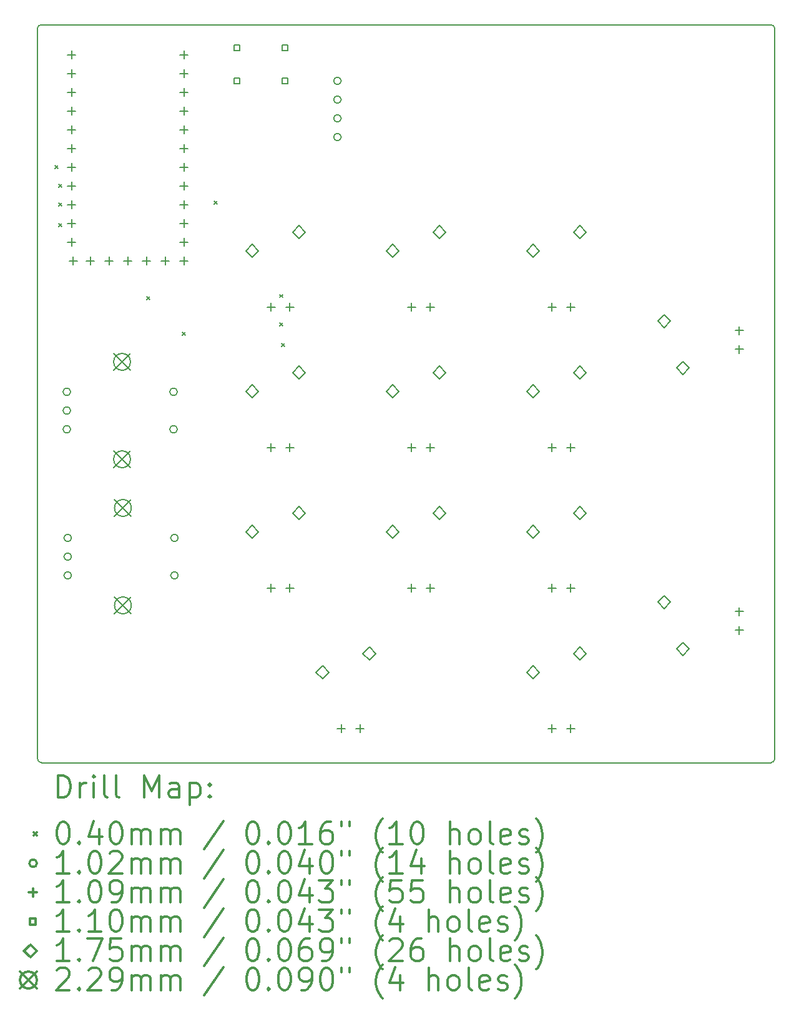
<source format=gbr>
%FSLAX45Y45*%
G04 Gerber Fmt 4.5, Leading zero omitted, Abs format (unit mm)*
G04 Created by KiCad (PCBNEW (5.1.9)-1) date 2021-06-17 16:50:48*
%MOMM*%
%LPD*%
G01*
G04 APERTURE LIST*
%TA.AperFunction,Profile*%
%ADD10C,0.150000*%
%TD*%
%ADD11C,0.200000*%
%ADD12C,0.300000*%
G04 APERTURE END LIST*
D10*
X17564100Y-5283200D02*
G75*
G02*
X17614900Y-5334000I0J-50800D01*
G01*
X17614900Y-15240000D02*
G75*
G02*
X17564100Y-15290800I-50800J0D01*
G01*
X7670800Y-15290800D02*
G75*
G02*
X7614920Y-15234920I0J55880D01*
G01*
X7614920Y-5334000D02*
G75*
G02*
X7665720Y-5283200I50800J0D01*
G01*
X7670800Y-15290800D02*
X17564100Y-15290800D01*
X17614910Y-15240000D02*
X17614910Y-5334000D01*
X17564100Y-5283200D02*
X7665720Y-5283200D01*
X7614910Y-5334000D02*
X7614910Y-15234920D01*
D11*
X7854000Y-7193600D02*
X7894000Y-7233600D01*
X7894000Y-7193600D02*
X7854000Y-7233600D01*
X7904800Y-7447600D02*
X7944800Y-7487600D01*
X7944800Y-7447600D02*
X7904800Y-7487600D01*
X7904800Y-7701600D02*
X7944800Y-7741600D01*
X7944800Y-7701600D02*
X7904800Y-7741600D01*
X7904800Y-7981000D02*
X7944800Y-8021000D01*
X7944800Y-7981000D02*
X7904800Y-8021000D01*
X9098600Y-8971600D02*
X9138600Y-9011600D01*
X9138600Y-8971600D02*
X9098600Y-9011600D01*
X9581200Y-9454200D02*
X9621200Y-9494200D01*
X9621200Y-9454200D02*
X9581200Y-9494200D01*
X10013000Y-7676200D02*
X10053000Y-7716200D01*
X10053000Y-7676200D02*
X10013000Y-7716200D01*
X10902000Y-8943020D02*
X10942000Y-8983020D01*
X10942000Y-8943020D02*
X10902000Y-8983020D01*
X10902000Y-9327200D02*
X10942000Y-9367200D01*
X10942000Y-9327200D02*
X10902000Y-9367200D01*
X10927400Y-9606600D02*
X10967400Y-9646600D01*
X10967400Y-9606600D02*
X10927400Y-9646600D01*
X8064500Y-10261600D02*
G75*
G03*
X8064500Y-10261600I-50800J0D01*
G01*
X8064500Y-10515600D02*
G75*
G03*
X8064500Y-10515600I-50800J0D01*
G01*
X8064500Y-10769600D02*
G75*
G03*
X8064500Y-10769600I-50800J0D01*
G01*
X8075930Y-12242800D02*
G75*
G03*
X8075930Y-12242800I-50800J0D01*
G01*
X8075930Y-12496800D02*
G75*
G03*
X8075930Y-12496800I-50800J0D01*
G01*
X8075930Y-12750800D02*
G75*
G03*
X8075930Y-12750800I-50800J0D01*
G01*
X9512300Y-10261600D02*
G75*
G03*
X9512300Y-10261600I-50800J0D01*
G01*
X9512300Y-10769600D02*
G75*
G03*
X9512300Y-10769600I-50800J0D01*
G01*
X9523730Y-12242800D02*
G75*
G03*
X9523730Y-12242800I-50800J0D01*
G01*
X9523730Y-12750800D02*
G75*
G03*
X9523730Y-12750800I-50800J0D01*
G01*
X11734800Y-6045200D02*
G75*
G03*
X11734800Y-6045200I-50800J0D01*
G01*
X11734800Y-6299200D02*
G75*
G03*
X11734800Y-6299200I-50800J0D01*
G01*
X11734800Y-6553200D02*
G75*
G03*
X11734800Y-6553200I-50800J0D01*
G01*
X11734800Y-6807200D02*
G75*
G03*
X11734800Y-6807200I-50800J0D01*
G01*
X8077200Y-5634990D02*
X8077200Y-5744210D01*
X8022590Y-5689600D02*
X8131810Y-5689600D01*
X8077200Y-5888990D02*
X8077200Y-5998210D01*
X8022590Y-5943600D02*
X8131810Y-5943600D01*
X8077200Y-6142990D02*
X8077200Y-6252210D01*
X8022590Y-6197600D02*
X8131810Y-6197600D01*
X8077200Y-6396990D02*
X8077200Y-6506210D01*
X8022590Y-6451600D02*
X8131810Y-6451600D01*
X8077200Y-6650990D02*
X8077200Y-6760210D01*
X8022590Y-6705600D02*
X8131810Y-6705600D01*
X8077200Y-6904990D02*
X8077200Y-7014210D01*
X8022590Y-6959600D02*
X8131810Y-6959600D01*
X8077200Y-7158990D02*
X8077200Y-7268210D01*
X8022590Y-7213600D02*
X8131810Y-7213600D01*
X8077200Y-7412990D02*
X8077200Y-7522210D01*
X8022590Y-7467600D02*
X8131810Y-7467600D01*
X8077200Y-7666990D02*
X8077200Y-7776210D01*
X8022590Y-7721600D02*
X8131810Y-7721600D01*
X8077200Y-7920990D02*
X8077200Y-8030210D01*
X8022590Y-7975600D02*
X8131810Y-7975600D01*
X8077200Y-8174990D02*
X8077200Y-8284210D01*
X8022590Y-8229600D02*
X8131810Y-8229600D01*
X8100060Y-8428990D02*
X8100060Y-8538210D01*
X8045450Y-8483600D02*
X8154670Y-8483600D01*
X8331200Y-8428990D02*
X8331200Y-8538210D01*
X8276590Y-8483600D02*
X8385810Y-8483600D01*
X8585200Y-8428990D02*
X8585200Y-8538210D01*
X8530590Y-8483600D02*
X8639810Y-8483600D01*
X8839200Y-8428990D02*
X8839200Y-8538210D01*
X8784590Y-8483600D02*
X8893810Y-8483600D01*
X9093200Y-8428990D02*
X9093200Y-8538210D01*
X9038590Y-8483600D02*
X9147810Y-8483600D01*
X9347200Y-8428990D02*
X9347200Y-8538210D01*
X9292590Y-8483600D02*
X9401810Y-8483600D01*
X9601200Y-5634990D02*
X9601200Y-5744210D01*
X9546590Y-5689600D02*
X9655810Y-5689600D01*
X9601200Y-5888990D02*
X9601200Y-5998210D01*
X9546590Y-5943600D02*
X9655810Y-5943600D01*
X9601200Y-6142990D02*
X9601200Y-6252210D01*
X9546590Y-6197600D02*
X9655810Y-6197600D01*
X9601200Y-6396990D02*
X9601200Y-6506210D01*
X9546590Y-6451600D02*
X9655810Y-6451600D01*
X9601200Y-6650990D02*
X9601200Y-6760210D01*
X9546590Y-6705600D02*
X9655810Y-6705600D01*
X9601200Y-6904990D02*
X9601200Y-7014210D01*
X9546590Y-6959600D02*
X9655810Y-6959600D01*
X9601200Y-7158990D02*
X9601200Y-7268210D01*
X9546590Y-7213600D02*
X9655810Y-7213600D01*
X9601200Y-7412990D02*
X9601200Y-7522210D01*
X9546590Y-7467600D02*
X9655810Y-7467600D01*
X9601200Y-7666990D02*
X9601200Y-7776210D01*
X9546590Y-7721600D02*
X9655810Y-7721600D01*
X9601200Y-7920990D02*
X9601200Y-8030210D01*
X9546590Y-7975600D02*
X9655810Y-7975600D01*
X9601200Y-8174990D02*
X9601200Y-8284210D01*
X9546590Y-8229600D02*
X9655810Y-8229600D01*
X9601200Y-8428990D02*
X9601200Y-8538210D01*
X9546590Y-8483600D02*
X9655810Y-8483600D01*
X10782300Y-9057640D02*
X10782300Y-9166860D01*
X10727690Y-9112250D02*
X10836910Y-9112250D01*
X10782300Y-10962640D02*
X10782300Y-11071860D01*
X10727690Y-11017250D02*
X10836910Y-11017250D01*
X10782300Y-12867640D02*
X10782300Y-12976860D01*
X10727690Y-12922250D02*
X10836910Y-12922250D01*
X11036300Y-9057640D02*
X11036300Y-9166860D01*
X10981690Y-9112250D02*
X11090910Y-9112250D01*
X11036300Y-10962640D02*
X11036300Y-11071860D01*
X10981690Y-11017250D02*
X11090910Y-11017250D01*
X11036300Y-12867640D02*
X11036300Y-12976860D01*
X10981690Y-12922250D02*
X11090910Y-12922250D01*
X11734800Y-14772640D02*
X11734800Y-14881860D01*
X11680190Y-14827250D02*
X11789410Y-14827250D01*
X11988800Y-14772640D02*
X11988800Y-14881860D01*
X11934190Y-14827250D02*
X12043410Y-14827250D01*
X12687300Y-9057640D02*
X12687300Y-9166860D01*
X12632690Y-9112250D02*
X12741910Y-9112250D01*
X12687300Y-10962640D02*
X12687300Y-11071860D01*
X12632690Y-11017250D02*
X12741910Y-11017250D01*
X12687300Y-12867640D02*
X12687300Y-12976860D01*
X12632690Y-12922250D02*
X12741910Y-12922250D01*
X12941300Y-9057640D02*
X12941300Y-9166860D01*
X12886690Y-9112250D02*
X12995910Y-9112250D01*
X12941300Y-10962640D02*
X12941300Y-11071860D01*
X12886690Y-11017250D02*
X12995910Y-11017250D01*
X12941300Y-12867640D02*
X12941300Y-12976860D01*
X12886690Y-12922250D02*
X12995910Y-12922250D01*
X14592300Y-9057640D02*
X14592300Y-9166860D01*
X14537690Y-9112250D02*
X14646910Y-9112250D01*
X14592300Y-10962640D02*
X14592300Y-11071860D01*
X14537690Y-11017250D02*
X14646910Y-11017250D01*
X14592300Y-12867640D02*
X14592300Y-12976860D01*
X14537690Y-12922250D02*
X14646910Y-12922250D01*
X14592300Y-14772640D02*
X14592300Y-14881860D01*
X14537690Y-14827250D02*
X14646910Y-14827250D01*
X14846300Y-9057640D02*
X14846300Y-9166860D01*
X14791690Y-9112250D02*
X14900910Y-9112250D01*
X14846300Y-10962640D02*
X14846300Y-11071860D01*
X14791690Y-11017250D02*
X14900910Y-11017250D01*
X14846300Y-12867640D02*
X14846300Y-12976860D01*
X14791690Y-12922250D02*
X14900910Y-12922250D01*
X14846300Y-14772640D02*
X14846300Y-14881860D01*
X14791690Y-14827250D02*
X14900910Y-14827250D01*
X17132300Y-9375140D02*
X17132300Y-9484360D01*
X17077690Y-9429750D02*
X17186910Y-9429750D01*
X17132300Y-9629140D02*
X17132300Y-9738360D01*
X17077690Y-9683750D02*
X17186910Y-9683750D01*
X17132300Y-13185140D02*
X17132300Y-13294360D01*
X17077690Y-13239750D02*
X17186910Y-13239750D01*
X17132300Y-13439140D02*
X17132300Y-13548360D01*
X17077690Y-13493750D02*
X17186910Y-13493750D01*
X10361691Y-5634091D02*
X10361691Y-5556309D01*
X10283909Y-5556309D01*
X10283909Y-5634091D01*
X10361691Y-5634091D01*
X10361691Y-6084091D02*
X10361691Y-6006309D01*
X10283909Y-6006309D01*
X10283909Y-6084091D01*
X10361691Y-6084091D01*
X11011691Y-5634091D02*
X11011691Y-5556309D01*
X10933909Y-5556309D01*
X10933909Y-5634091D01*
X11011691Y-5634091D01*
X11011691Y-6084091D02*
X11011691Y-6006309D01*
X10933909Y-6006309D01*
X10933909Y-6084091D01*
X11011691Y-6084091D01*
X10528300Y-8437880D02*
X10615930Y-8350250D01*
X10528300Y-8262620D01*
X10440670Y-8350250D01*
X10528300Y-8437880D01*
X10528300Y-10342880D02*
X10615930Y-10255250D01*
X10528300Y-10167620D01*
X10440670Y-10255250D01*
X10528300Y-10342880D01*
X10528300Y-12247880D02*
X10615930Y-12160250D01*
X10528300Y-12072620D01*
X10440670Y-12160250D01*
X10528300Y-12247880D01*
X11163300Y-8183880D02*
X11250930Y-8096250D01*
X11163300Y-8008620D01*
X11075670Y-8096250D01*
X11163300Y-8183880D01*
X11163300Y-10088880D02*
X11250930Y-10001250D01*
X11163300Y-9913620D01*
X11075670Y-10001250D01*
X11163300Y-10088880D01*
X11163300Y-11993880D02*
X11250930Y-11906250D01*
X11163300Y-11818620D01*
X11075670Y-11906250D01*
X11163300Y-11993880D01*
X11480800Y-14152880D02*
X11568430Y-14065250D01*
X11480800Y-13977620D01*
X11393170Y-14065250D01*
X11480800Y-14152880D01*
X12115800Y-13898880D02*
X12203430Y-13811250D01*
X12115800Y-13723620D01*
X12028170Y-13811250D01*
X12115800Y-13898880D01*
X12433300Y-8437880D02*
X12520930Y-8350250D01*
X12433300Y-8262620D01*
X12345670Y-8350250D01*
X12433300Y-8437880D01*
X12433300Y-10342880D02*
X12520930Y-10255250D01*
X12433300Y-10167620D01*
X12345670Y-10255250D01*
X12433300Y-10342880D01*
X12433300Y-12247880D02*
X12520930Y-12160250D01*
X12433300Y-12072620D01*
X12345670Y-12160250D01*
X12433300Y-12247880D01*
X13068300Y-8183880D02*
X13155930Y-8096250D01*
X13068300Y-8008620D01*
X12980670Y-8096250D01*
X13068300Y-8183880D01*
X13068300Y-10088880D02*
X13155930Y-10001250D01*
X13068300Y-9913620D01*
X12980670Y-10001250D01*
X13068300Y-10088880D01*
X13068300Y-11993880D02*
X13155930Y-11906250D01*
X13068300Y-11818620D01*
X12980670Y-11906250D01*
X13068300Y-11993880D01*
X14338300Y-8437880D02*
X14425930Y-8350250D01*
X14338300Y-8262620D01*
X14250670Y-8350250D01*
X14338300Y-8437880D01*
X14338300Y-10342880D02*
X14425930Y-10255250D01*
X14338300Y-10167620D01*
X14250670Y-10255250D01*
X14338300Y-10342880D01*
X14338300Y-12247880D02*
X14425930Y-12160250D01*
X14338300Y-12072620D01*
X14250670Y-12160250D01*
X14338300Y-12247880D01*
X14338300Y-14152880D02*
X14425930Y-14065250D01*
X14338300Y-13977620D01*
X14250670Y-14065250D01*
X14338300Y-14152880D01*
X14973300Y-8183880D02*
X15060930Y-8096250D01*
X14973300Y-8008620D01*
X14885670Y-8096250D01*
X14973300Y-8183880D01*
X14973300Y-10088880D02*
X15060930Y-10001250D01*
X14973300Y-9913620D01*
X14885670Y-10001250D01*
X14973300Y-10088880D01*
X14973300Y-11993880D02*
X15060930Y-11906250D01*
X14973300Y-11818620D01*
X14885670Y-11906250D01*
X14973300Y-11993880D01*
X14973300Y-13898880D02*
X15060930Y-13811250D01*
X14973300Y-13723620D01*
X14885670Y-13811250D01*
X14973300Y-13898880D01*
X16116300Y-9390380D02*
X16203930Y-9302750D01*
X16116300Y-9215120D01*
X16028670Y-9302750D01*
X16116300Y-9390380D01*
X16116300Y-13200380D02*
X16203930Y-13112750D01*
X16116300Y-13025120D01*
X16028670Y-13112750D01*
X16116300Y-13200380D01*
X16370300Y-10025380D02*
X16457930Y-9937750D01*
X16370300Y-9850120D01*
X16282670Y-9937750D01*
X16370300Y-10025380D01*
X16370300Y-13835380D02*
X16457930Y-13747750D01*
X16370300Y-13660120D01*
X16282670Y-13747750D01*
X16370300Y-13835380D01*
X8648700Y-9740900D02*
X8877300Y-9969500D01*
X8877300Y-9740900D02*
X8648700Y-9969500D01*
X8877300Y-9855200D02*
G75*
G03*
X8877300Y-9855200I-114300J0D01*
G01*
X8648700Y-11061700D02*
X8877300Y-11290300D01*
X8877300Y-11061700D02*
X8648700Y-11290300D01*
X8877300Y-11176000D02*
G75*
G03*
X8877300Y-11176000I-114300J0D01*
G01*
X8660130Y-11722100D02*
X8888730Y-11950700D01*
X8888730Y-11722100D02*
X8660130Y-11950700D01*
X8888730Y-11836400D02*
G75*
G03*
X8888730Y-11836400I-114300J0D01*
G01*
X8660130Y-13042900D02*
X8888730Y-13271500D01*
X8888730Y-13042900D02*
X8660130Y-13271500D01*
X8888730Y-13157200D02*
G75*
G03*
X8888730Y-13157200I-114300J0D01*
G01*
D12*
X7893838Y-15764014D02*
X7893838Y-15464014D01*
X7965267Y-15464014D01*
X8008124Y-15478300D01*
X8036696Y-15506871D01*
X8050981Y-15535443D01*
X8065267Y-15592586D01*
X8065267Y-15635443D01*
X8050981Y-15692586D01*
X8036696Y-15721157D01*
X8008124Y-15749729D01*
X7965267Y-15764014D01*
X7893838Y-15764014D01*
X8193838Y-15764014D02*
X8193838Y-15564014D01*
X8193838Y-15621157D02*
X8208124Y-15592586D01*
X8222410Y-15578300D01*
X8250981Y-15564014D01*
X8279553Y-15564014D01*
X8379553Y-15764014D02*
X8379553Y-15564014D01*
X8379553Y-15464014D02*
X8365267Y-15478300D01*
X8379553Y-15492586D01*
X8393838Y-15478300D01*
X8379553Y-15464014D01*
X8379553Y-15492586D01*
X8565267Y-15764014D02*
X8536696Y-15749729D01*
X8522410Y-15721157D01*
X8522410Y-15464014D01*
X8722410Y-15764014D02*
X8693838Y-15749729D01*
X8679553Y-15721157D01*
X8679553Y-15464014D01*
X9065267Y-15764014D02*
X9065267Y-15464014D01*
X9165267Y-15678300D01*
X9265267Y-15464014D01*
X9265267Y-15764014D01*
X9536696Y-15764014D02*
X9536696Y-15606871D01*
X9522410Y-15578300D01*
X9493838Y-15564014D01*
X9436696Y-15564014D01*
X9408124Y-15578300D01*
X9536696Y-15749729D02*
X9508124Y-15764014D01*
X9436696Y-15764014D01*
X9408124Y-15749729D01*
X9393838Y-15721157D01*
X9393838Y-15692586D01*
X9408124Y-15664014D01*
X9436696Y-15649729D01*
X9508124Y-15649729D01*
X9536696Y-15635443D01*
X9679553Y-15564014D02*
X9679553Y-15864014D01*
X9679553Y-15578300D02*
X9708124Y-15564014D01*
X9765267Y-15564014D01*
X9793838Y-15578300D01*
X9808124Y-15592586D01*
X9822410Y-15621157D01*
X9822410Y-15706871D01*
X9808124Y-15735443D01*
X9793838Y-15749729D01*
X9765267Y-15764014D01*
X9708124Y-15764014D01*
X9679553Y-15749729D01*
X9950981Y-15735443D02*
X9965267Y-15749729D01*
X9950981Y-15764014D01*
X9936696Y-15749729D01*
X9950981Y-15735443D01*
X9950981Y-15764014D01*
X9950981Y-15578300D02*
X9965267Y-15592586D01*
X9950981Y-15606871D01*
X9936696Y-15592586D01*
X9950981Y-15578300D01*
X9950981Y-15606871D01*
X7567410Y-16238300D02*
X7607410Y-16278300D01*
X7607410Y-16238300D02*
X7567410Y-16278300D01*
X7950981Y-16094014D02*
X7979553Y-16094014D01*
X8008124Y-16108300D01*
X8022410Y-16122586D01*
X8036696Y-16151157D01*
X8050981Y-16208300D01*
X8050981Y-16279729D01*
X8036696Y-16336871D01*
X8022410Y-16365443D01*
X8008124Y-16379729D01*
X7979553Y-16394014D01*
X7950981Y-16394014D01*
X7922410Y-16379729D01*
X7908124Y-16365443D01*
X7893838Y-16336871D01*
X7879553Y-16279729D01*
X7879553Y-16208300D01*
X7893838Y-16151157D01*
X7908124Y-16122586D01*
X7922410Y-16108300D01*
X7950981Y-16094014D01*
X8179553Y-16365443D02*
X8193838Y-16379729D01*
X8179553Y-16394014D01*
X8165267Y-16379729D01*
X8179553Y-16365443D01*
X8179553Y-16394014D01*
X8450981Y-16194014D02*
X8450981Y-16394014D01*
X8379553Y-16079729D02*
X8308124Y-16294014D01*
X8493838Y-16294014D01*
X8665267Y-16094014D02*
X8693838Y-16094014D01*
X8722410Y-16108300D01*
X8736696Y-16122586D01*
X8750981Y-16151157D01*
X8765267Y-16208300D01*
X8765267Y-16279729D01*
X8750981Y-16336871D01*
X8736696Y-16365443D01*
X8722410Y-16379729D01*
X8693838Y-16394014D01*
X8665267Y-16394014D01*
X8636696Y-16379729D01*
X8622410Y-16365443D01*
X8608124Y-16336871D01*
X8593838Y-16279729D01*
X8593838Y-16208300D01*
X8608124Y-16151157D01*
X8622410Y-16122586D01*
X8636696Y-16108300D01*
X8665267Y-16094014D01*
X8893838Y-16394014D02*
X8893838Y-16194014D01*
X8893838Y-16222586D02*
X8908124Y-16208300D01*
X8936696Y-16194014D01*
X8979553Y-16194014D01*
X9008124Y-16208300D01*
X9022410Y-16236871D01*
X9022410Y-16394014D01*
X9022410Y-16236871D02*
X9036696Y-16208300D01*
X9065267Y-16194014D01*
X9108124Y-16194014D01*
X9136696Y-16208300D01*
X9150981Y-16236871D01*
X9150981Y-16394014D01*
X9293838Y-16394014D02*
X9293838Y-16194014D01*
X9293838Y-16222586D02*
X9308124Y-16208300D01*
X9336696Y-16194014D01*
X9379553Y-16194014D01*
X9408124Y-16208300D01*
X9422410Y-16236871D01*
X9422410Y-16394014D01*
X9422410Y-16236871D02*
X9436696Y-16208300D01*
X9465267Y-16194014D01*
X9508124Y-16194014D01*
X9536696Y-16208300D01*
X9550981Y-16236871D01*
X9550981Y-16394014D01*
X10136696Y-16079729D02*
X9879553Y-16465443D01*
X10522410Y-16094014D02*
X10550981Y-16094014D01*
X10579553Y-16108300D01*
X10593838Y-16122586D01*
X10608124Y-16151157D01*
X10622410Y-16208300D01*
X10622410Y-16279729D01*
X10608124Y-16336871D01*
X10593838Y-16365443D01*
X10579553Y-16379729D01*
X10550981Y-16394014D01*
X10522410Y-16394014D01*
X10493838Y-16379729D01*
X10479553Y-16365443D01*
X10465267Y-16336871D01*
X10450981Y-16279729D01*
X10450981Y-16208300D01*
X10465267Y-16151157D01*
X10479553Y-16122586D01*
X10493838Y-16108300D01*
X10522410Y-16094014D01*
X10750981Y-16365443D02*
X10765267Y-16379729D01*
X10750981Y-16394014D01*
X10736696Y-16379729D01*
X10750981Y-16365443D01*
X10750981Y-16394014D01*
X10950981Y-16094014D02*
X10979553Y-16094014D01*
X11008124Y-16108300D01*
X11022410Y-16122586D01*
X11036696Y-16151157D01*
X11050981Y-16208300D01*
X11050981Y-16279729D01*
X11036696Y-16336871D01*
X11022410Y-16365443D01*
X11008124Y-16379729D01*
X10979553Y-16394014D01*
X10950981Y-16394014D01*
X10922410Y-16379729D01*
X10908124Y-16365443D01*
X10893838Y-16336871D01*
X10879553Y-16279729D01*
X10879553Y-16208300D01*
X10893838Y-16151157D01*
X10908124Y-16122586D01*
X10922410Y-16108300D01*
X10950981Y-16094014D01*
X11336696Y-16394014D02*
X11165267Y-16394014D01*
X11250981Y-16394014D02*
X11250981Y-16094014D01*
X11222410Y-16136871D01*
X11193838Y-16165443D01*
X11165267Y-16179729D01*
X11593838Y-16094014D02*
X11536696Y-16094014D01*
X11508124Y-16108300D01*
X11493838Y-16122586D01*
X11465267Y-16165443D01*
X11450981Y-16222586D01*
X11450981Y-16336871D01*
X11465267Y-16365443D01*
X11479553Y-16379729D01*
X11508124Y-16394014D01*
X11565267Y-16394014D01*
X11593838Y-16379729D01*
X11608124Y-16365443D01*
X11622410Y-16336871D01*
X11622410Y-16265443D01*
X11608124Y-16236871D01*
X11593838Y-16222586D01*
X11565267Y-16208300D01*
X11508124Y-16208300D01*
X11479553Y-16222586D01*
X11465267Y-16236871D01*
X11450981Y-16265443D01*
X11736696Y-16094014D02*
X11736696Y-16151157D01*
X11850981Y-16094014D02*
X11850981Y-16151157D01*
X12293838Y-16508300D02*
X12279553Y-16494014D01*
X12250981Y-16451157D01*
X12236696Y-16422586D01*
X12222410Y-16379729D01*
X12208124Y-16308300D01*
X12208124Y-16251157D01*
X12222410Y-16179729D01*
X12236696Y-16136871D01*
X12250981Y-16108300D01*
X12279553Y-16065443D01*
X12293838Y-16051157D01*
X12565267Y-16394014D02*
X12393838Y-16394014D01*
X12479553Y-16394014D02*
X12479553Y-16094014D01*
X12450981Y-16136871D01*
X12422410Y-16165443D01*
X12393838Y-16179729D01*
X12750981Y-16094014D02*
X12779553Y-16094014D01*
X12808124Y-16108300D01*
X12822410Y-16122586D01*
X12836696Y-16151157D01*
X12850981Y-16208300D01*
X12850981Y-16279729D01*
X12836696Y-16336871D01*
X12822410Y-16365443D01*
X12808124Y-16379729D01*
X12779553Y-16394014D01*
X12750981Y-16394014D01*
X12722410Y-16379729D01*
X12708124Y-16365443D01*
X12693838Y-16336871D01*
X12679553Y-16279729D01*
X12679553Y-16208300D01*
X12693838Y-16151157D01*
X12708124Y-16122586D01*
X12722410Y-16108300D01*
X12750981Y-16094014D01*
X13208124Y-16394014D02*
X13208124Y-16094014D01*
X13336696Y-16394014D02*
X13336696Y-16236871D01*
X13322410Y-16208300D01*
X13293838Y-16194014D01*
X13250981Y-16194014D01*
X13222410Y-16208300D01*
X13208124Y-16222586D01*
X13522410Y-16394014D02*
X13493838Y-16379729D01*
X13479553Y-16365443D01*
X13465267Y-16336871D01*
X13465267Y-16251157D01*
X13479553Y-16222586D01*
X13493838Y-16208300D01*
X13522410Y-16194014D01*
X13565267Y-16194014D01*
X13593838Y-16208300D01*
X13608124Y-16222586D01*
X13622410Y-16251157D01*
X13622410Y-16336871D01*
X13608124Y-16365443D01*
X13593838Y-16379729D01*
X13565267Y-16394014D01*
X13522410Y-16394014D01*
X13793838Y-16394014D02*
X13765267Y-16379729D01*
X13750981Y-16351157D01*
X13750981Y-16094014D01*
X14022410Y-16379729D02*
X13993838Y-16394014D01*
X13936696Y-16394014D01*
X13908124Y-16379729D01*
X13893838Y-16351157D01*
X13893838Y-16236871D01*
X13908124Y-16208300D01*
X13936696Y-16194014D01*
X13993838Y-16194014D01*
X14022410Y-16208300D01*
X14036696Y-16236871D01*
X14036696Y-16265443D01*
X13893838Y-16294014D01*
X14150981Y-16379729D02*
X14179553Y-16394014D01*
X14236696Y-16394014D01*
X14265267Y-16379729D01*
X14279553Y-16351157D01*
X14279553Y-16336871D01*
X14265267Y-16308300D01*
X14236696Y-16294014D01*
X14193838Y-16294014D01*
X14165267Y-16279729D01*
X14150981Y-16251157D01*
X14150981Y-16236871D01*
X14165267Y-16208300D01*
X14193838Y-16194014D01*
X14236696Y-16194014D01*
X14265267Y-16208300D01*
X14379553Y-16508300D02*
X14393838Y-16494014D01*
X14422410Y-16451157D01*
X14436696Y-16422586D01*
X14450981Y-16379729D01*
X14465267Y-16308300D01*
X14465267Y-16251157D01*
X14450981Y-16179729D01*
X14436696Y-16136871D01*
X14422410Y-16108300D01*
X14393838Y-16065443D01*
X14379553Y-16051157D01*
X7607410Y-16654300D02*
G75*
G03*
X7607410Y-16654300I-50800J0D01*
G01*
X8050981Y-16790014D02*
X7879553Y-16790014D01*
X7965267Y-16790014D02*
X7965267Y-16490014D01*
X7936696Y-16532871D01*
X7908124Y-16561443D01*
X7879553Y-16575729D01*
X8179553Y-16761443D02*
X8193838Y-16775729D01*
X8179553Y-16790014D01*
X8165267Y-16775729D01*
X8179553Y-16761443D01*
X8179553Y-16790014D01*
X8379553Y-16490014D02*
X8408124Y-16490014D01*
X8436696Y-16504300D01*
X8450981Y-16518586D01*
X8465267Y-16547157D01*
X8479553Y-16604300D01*
X8479553Y-16675729D01*
X8465267Y-16732871D01*
X8450981Y-16761443D01*
X8436696Y-16775729D01*
X8408124Y-16790014D01*
X8379553Y-16790014D01*
X8350981Y-16775729D01*
X8336696Y-16761443D01*
X8322410Y-16732871D01*
X8308124Y-16675729D01*
X8308124Y-16604300D01*
X8322410Y-16547157D01*
X8336696Y-16518586D01*
X8350981Y-16504300D01*
X8379553Y-16490014D01*
X8593838Y-16518586D02*
X8608124Y-16504300D01*
X8636696Y-16490014D01*
X8708124Y-16490014D01*
X8736696Y-16504300D01*
X8750981Y-16518586D01*
X8765267Y-16547157D01*
X8765267Y-16575729D01*
X8750981Y-16618586D01*
X8579553Y-16790014D01*
X8765267Y-16790014D01*
X8893838Y-16790014D02*
X8893838Y-16590014D01*
X8893838Y-16618586D02*
X8908124Y-16604300D01*
X8936696Y-16590014D01*
X8979553Y-16590014D01*
X9008124Y-16604300D01*
X9022410Y-16632871D01*
X9022410Y-16790014D01*
X9022410Y-16632871D02*
X9036696Y-16604300D01*
X9065267Y-16590014D01*
X9108124Y-16590014D01*
X9136696Y-16604300D01*
X9150981Y-16632871D01*
X9150981Y-16790014D01*
X9293838Y-16790014D02*
X9293838Y-16590014D01*
X9293838Y-16618586D02*
X9308124Y-16604300D01*
X9336696Y-16590014D01*
X9379553Y-16590014D01*
X9408124Y-16604300D01*
X9422410Y-16632871D01*
X9422410Y-16790014D01*
X9422410Y-16632871D02*
X9436696Y-16604300D01*
X9465267Y-16590014D01*
X9508124Y-16590014D01*
X9536696Y-16604300D01*
X9550981Y-16632871D01*
X9550981Y-16790014D01*
X10136696Y-16475729D02*
X9879553Y-16861443D01*
X10522410Y-16490014D02*
X10550981Y-16490014D01*
X10579553Y-16504300D01*
X10593838Y-16518586D01*
X10608124Y-16547157D01*
X10622410Y-16604300D01*
X10622410Y-16675729D01*
X10608124Y-16732871D01*
X10593838Y-16761443D01*
X10579553Y-16775729D01*
X10550981Y-16790014D01*
X10522410Y-16790014D01*
X10493838Y-16775729D01*
X10479553Y-16761443D01*
X10465267Y-16732871D01*
X10450981Y-16675729D01*
X10450981Y-16604300D01*
X10465267Y-16547157D01*
X10479553Y-16518586D01*
X10493838Y-16504300D01*
X10522410Y-16490014D01*
X10750981Y-16761443D02*
X10765267Y-16775729D01*
X10750981Y-16790014D01*
X10736696Y-16775729D01*
X10750981Y-16761443D01*
X10750981Y-16790014D01*
X10950981Y-16490014D02*
X10979553Y-16490014D01*
X11008124Y-16504300D01*
X11022410Y-16518586D01*
X11036696Y-16547157D01*
X11050981Y-16604300D01*
X11050981Y-16675729D01*
X11036696Y-16732871D01*
X11022410Y-16761443D01*
X11008124Y-16775729D01*
X10979553Y-16790014D01*
X10950981Y-16790014D01*
X10922410Y-16775729D01*
X10908124Y-16761443D01*
X10893838Y-16732871D01*
X10879553Y-16675729D01*
X10879553Y-16604300D01*
X10893838Y-16547157D01*
X10908124Y-16518586D01*
X10922410Y-16504300D01*
X10950981Y-16490014D01*
X11308124Y-16590014D02*
X11308124Y-16790014D01*
X11236696Y-16475729D02*
X11165267Y-16690014D01*
X11350981Y-16690014D01*
X11522410Y-16490014D02*
X11550981Y-16490014D01*
X11579553Y-16504300D01*
X11593838Y-16518586D01*
X11608124Y-16547157D01*
X11622410Y-16604300D01*
X11622410Y-16675729D01*
X11608124Y-16732871D01*
X11593838Y-16761443D01*
X11579553Y-16775729D01*
X11550981Y-16790014D01*
X11522410Y-16790014D01*
X11493838Y-16775729D01*
X11479553Y-16761443D01*
X11465267Y-16732871D01*
X11450981Y-16675729D01*
X11450981Y-16604300D01*
X11465267Y-16547157D01*
X11479553Y-16518586D01*
X11493838Y-16504300D01*
X11522410Y-16490014D01*
X11736696Y-16490014D02*
X11736696Y-16547157D01*
X11850981Y-16490014D02*
X11850981Y-16547157D01*
X12293838Y-16904300D02*
X12279553Y-16890014D01*
X12250981Y-16847157D01*
X12236696Y-16818586D01*
X12222410Y-16775729D01*
X12208124Y-16704300D01*
X12208124Y-16647157D01*
X12222410Y-16575729D01*
X12236696Y-16532871D01*
X12250981Y-16504300D01*
X12279553Y-16461443D01*
X12293838Y-16447157D01*
X12565267Y-16790014D02*
X12393838Y-16790014D01*
X12479553Y-16790014D02*
X12479553Y-16490014D01*
X12450981Y-16532871D01*
X12422410Y-16561443D01*
X12393838Y-16575729D01*
X12822410Y-16590014D02*
X12822410Y-16790014D01*
X12750981Y-16475729D02*
X12679553Y-16690014D01*
X12865267Y-16690014D01*
X13208124Y-16790014D02*
X13208124Y-16490014D01*
X13336696Y-16790014D02*
X13336696Y-16632871D01*
X13322410Y-16604300D01*
X13293838Y-16590014D01*
X13250981Y-16590014D01*
X13222410Y-16604300D01*
X13208124Y-16618586D01*
X13522410Y-16790014D02*
X13493838Y-16775729D01*
X13479553Y-16761443D01*
X13465267Y-16732871D01*
X13465267Y-16647157D01*
X13479553Y-16618586D01*
X13493838Y-16604300D01*
X13522410Y-16590014D01*
X13565267Y-16590014D01*
X13593838Y-16604300D01*
X13608124Y-16618586D01*
X13622410Y-16647157D01*
X13622410Y-16732871D01*
X13608124Y-16761443D01*
X13593838Y-16775729D01*
X13565267Y-16790014D01*
X13522410Y-16790014D01*
X13793838Y-16790014D02*
X13765267Y-16775729D01*
X13750981Y-16747157D01*
X13750981Y-16490014D01*
X14022410Y-16775729D02*
X13993838Y-16790014D01*
X13936696Y-16790014D01*
X13908124Y-16775729D01*
X13893838Y-16747157D01*
X13893838Y-16632871D01*
X13908124Y-16604300D01*
X13936696Y-16590014D01*
X13993838Y-16590014D01*
X14022410Y-16604300D01*
X14036696Y-16632871D01*
X14036696Y-16661443D01*
X13893838Y-16690014D01*
X14150981Y-16775729D02*
X14179553Y-16790014D01*
X14236696Y-16790014D01*
X14265267Y-16775729D01*
X14279553Y-16747157D01*
X14279553Y-16732871D01*
X14265267Y-16704300D01*
X14236696Y-16690014D01*
X14193838Y-16690014D01*
X14165267Y-16675729D01*
X14150981Y-16647157D01*
X14150981Y-16632871D01*
X14165267Y-16604300D01*
X14193838Y-16590014D01*
X14236696Y-16590014D01*
X14265267Y-16604300D01*
X14379553Y-16904300D02*
X14393838Y-16890014D01*
X14422410Y-16847157D01*
X14436696Y-16818586D01*
X14450981Y-16775729D01*
X14465267Y-16704300D01*
X14465267Y-16647157D01*
X14450981Y-16575729D01*
X14436696Y-16532871D01*
X14422410Y-16504300D01*
X14393838Y-16461443D01*
X14379553Y-16447157D01*
X7552800Y-16995690D02*
X7552800Y-17104910D01*
X7498190Y-17050300D02*
X7607410Y-17050300D01*
X8050981Y-17186014D02*
X7879553Y-17186014D01*
X7965267Y-17186014D02*
X7965267Y-16886014D01*
X7936696Y-16928872D01*
X7908124Y-16957443D01*
X7879553Y-16971729D01*
X8179553Y-17157443D02*
X8193838Y-17171729D01*
X8179553Y-17186014D01*
X8165267Y-17171729D01*
X8179553Y-17157443D01*
X8179553Y-17186014D01*
X8379553Y-16886014D02*
X8408124Y-16886014D01*
X8436696Y-16900300D01*
X8450981Y-16914586D01*
X8465267Y-16943157D01*
X8479553Y-17000300D01*
X8479553Y-17071729D01*
X8465267Y-17128872D01*
X8450981Y-17157443D01*
X8436696Y-17171729D01*
X8408124Y-17186014D01*
X8379553Y-17186014D01*
X8350981Y-17171729D01*
X8336696Y-17157443D01*
X8322410Y-17128872D01*
X8308124Y-17071729D01*
X8308124Y-17000300D01*
X8322410Y-16943157D01*
X8336696Y-16914586D01*
X8350981Y-16900300D01*
X8379553Y-16886014D01*
X8622410Y-17186014D02*
X8679553Y-17186014D01*
X8708124Y-17171729D01*
X8722410Y-17157443D01*
X8750981Y-17114586D01*
X8765267Y-17057443D01*
X8765267Y-16943157D01*
X8750981Y-16914586D01*
X8736696Y-16900300D01*
X8708124Y-16886014D01*
X8650981Y-16886014D01*
X8622410Y-16900300D01*
X8608124Y-16914586D01*
X8593838Y-16943157D01*
X8593838Y-17014586D01*
X8608124Y-17043157D01*
X8622410Y-17057443D01*
X8650981Y-17071729D01*
X8708124Y-17071729D01*
X8736696Y-17057443D01*
X8750981Y-17043157D01*
X8765267Y-17014586D01*
X8893838Y-17186014D02*
X8893838Y-16986014D01*
X8893838Y-17014586D02*
X8908124Y-17000300D01*
X8936696Y-16986014D01*
X8979553Y-16986014D01*
X9008124Y-17000300D01*
X9022410Y-17028872D01*
X9022410Y-17186014D01*
X9022410Y-17028872D02*
X9036696Y-17000300D01*
X9065267Y-16986014D01*
X9108124Y-16986014D01*
X9136696Y-17000300D01*
X9150981Y-17028872D01*
X9150981Y-17186014D01*
X9293838Y-17186014D02*
X9293838Y-16986014D01*
X9293838Y-17014586D02*
X9308124Y-17000300D01*
X9336696Y-16986014D01*
X9379553Y-16986014D01*
X9408124Y-17000300D01*
X9422410Y-17028872D01*
X9422410Y-17186014D01*
X9422410Y-17028872D02*
X9436696Y-17000300D01*
X9465267Y-16986014D01*
X9508124Y-16986014D01*
X9536696Y-17000300D01*
X9550981Y-17028872D01*
X9550981Y-17186014D01*
X10136696Y-16871729D02*
X9879553Y-17257443D01*
X10522410Y-16886014D02*
X10550981Y-16886014D01*
X10579553Y-16900300D01*
X10593838Y-16914586D01*
X10608124Y-16943157D01*
X10622410Y-17000300D01*
X10622410Y-17071729D01*
X10608124Y-17128872D01*
X10593838Y-17157443D01*
X10579553Y-17171729D01*
X10550981Y-17186014D01*
X10522410Y-17186014D01*
X10493838Y-17171729D01*
X10479553Y-17157443D01*
X10465267Y-17128872D01*
X10450981Y-17071729D01*
X10450981Y-17000300D01*
X10465267Y-16943157D01*
X10479553Y-16914586D01*
X10493838Y-16900300D01*
X10522410Y-16886014D01*
X10750981Y-17157443D02*
X10765267Y-17171729D01*
X10750981Y-17186014D01*
X10736696Y-17171729D01*
X10750981Y-17157443D01*
X10750981Y-17186014D01*
X10950981Y-16886014D02*
X10979553Y-16886014D01*
X11008124Y-16900300D01*
X11022410Y-16914586D01*
X11036696Y-16943157D01*
X11050981Y-17000300D01*
X11050981Y-17071729D01*
X11036696Y-17128872D01*
X11022410Y-17157443D01*
X11008124Y-17171729D01*
X10979553Y-17186014D01*
X10950981Y-17186014D01*
X10922410Y-17171729D01*
X10908124Y-17157443D01*
X10893838Y-17128872D01*
X10879553Y-17071729D01*
X10879553Y-17000300D01*
X10893838Y-16943157D01*
X10908124Y-16914586D01*
X10922410Y-16900300D01*
X10950981Y-16886014D01*
X11308124Y-16986014D02*
X11308124Y-17186014D01*
X11236696Y-16871729D02*
X11165267Y-17086014D01*
X11350981Y-17086014D01*
X11436696Y-16886014D02*
X11622410Y-16886014D01*
X11522410Y-17000300D01*
X11565267Y-17000300D01*
X11593838Y-17014586D01*
X11608124Y-17028872D01*
X11622410Y-17057443D01*
X11622410Y-17128872D01*
X11608124Y-17157443D01*
X11593838Y-17171729D01*
X11565267Y-17186014D01*
X11479553Y-17186014D01*
X11450981Y-17171729D01*
X11436696Y-17157443D01*
X11736696Y-16886014D02*
X11736696Y-16943157D01*
X11850981Y-16886014D02*
X11850981Y-16943157D01*
X12293838Y-17300300D02*
X12279553Y-17286014D01*
X12250981Y-17243157D01*
X12236696Y-17214586D01*
X12222410Y-17171729D01*
X12208124Y-17100300D01*
X12208124Y-17043157D01*
X12222410Y-16971729D01*
X12236696Y-16928872D01*
X12250981Y-16900300D01*
X12279553Y-16857443D01*
X12293838Y-16843157D01*
X12550981Y-16886014D02*
X12408124Y-16886014D01*
X12393838Y-17028872D01*
X12408124Y-17014586D01*
X12436696Y-17000300D01*
X12508124Y-17000300D01*
X12536696Y-17014586D01*
X12550981Y-17028872D01*
X12565267Y-17057443D01*
X12565267Y-17128872D01*
X12550981Y-17157443D01*
X12536696Y-17171729D01*
X12508124Y-17186014D01*
X12436696Y-17186014D01*
X12408124Y-17171729D01*
X12393838Y-17157443D01*
X12836696Y-16886014D02*
X12693838Y-16886014D01*
X12679553Y-17028872D01*
X12693838Y-17014586D01*
X12722410Y-17000300D01*
X12793838Y-17000300D01*
X12822410Y-17014586D01*
X12836696Y-17028872D01*
X12850981Y-17057443D01*
X12850981Y-17128872D01*
X12836696Y-17157443D01*
X12822410Y-17171729D01*
X12793838Y-17186014D01*
X12722410Y-17186014D01*
X12693838Y-17171729D01*
X12679553Y-17157443D01*
X13208124Y-17186014D02*
X13208124Y-16886014D01*
X13336696Y-17186014D02*
X13336696Y-17028872D01*
X13322410Y-17000300D01*
X13293838Y-16986014D01*
X13250981Y-16986014D01*
X13222410Y-17000300D01*
X13208124Y-17014586D01*
X13522410Y-17186014D02*
X13493838Y-17171729D01*
X13479553Y-17157443D01*
X13465267Y-17128872D01*
X13465267Y-17043157D01*
X13479553Y-17014586D01*
X13493838Y-17000300D01*
X13522410Y-16986014D01*
X13565267Y-16986014D01*
X13593838Y-17000300D01*
X13608124Y-17014586D01*
X13622410Y-17043157D01*
X13622410Y-17128872D01*
X13608124Y-17157443D01*
X13593838Y-17171729D01*
X13565267Y-17186014D01*
X13522410Y-17186014D01*
X13793838Y-17186014D02*
X13765267Y-17171729D01*
X13750981Y-17143157D01*
X13750981Y-16886014D01*
X14022410Y-17171729D02*
X13993838Y-17186014D01*
X13936696Y-17186014D01*
X13908124Y-17171729D01*
X13893838Y-17143157D01*
X13893838Y-17028872D01*
X13908124Y-17000300D01*
X13936696Y-16986014D01*
X13993838Y-16986014D01*
X14022410Y-17000300D01*
X14036696Y-17028872D01*
X14036696Y-17057443D01*
X13893838Y-17086014D01*
X14150981Y-17171729D02*
X14179553Y-17186014D01*
X14236696Y-17186014D01*
X14265267Y-17171729D01*
X14279553Y-17143157D01*
X14279553Y-17128872D01*
X14265267Y-17100300D01*
X14236696Y-17086014D01*
X14193838Y-17086014D01*
X14165267Y-17071729D01*
X14150981Y-17043157D01*
X14150981Y-17028872D01*
X14165267Y-17000300D01*
X14193838Y-16986014D01*
X14236696Y-16986014D01*
X14265267Y-17000300D01*
X14379553Y-17300300D02*
X14393838Y-17286014D01*
X14422410Y-17243157D01*
X14436696Y-17214586D01*
X14450981Y-17171729D01*
X14465267Y-17100300D01*
X14465267Y-17043157D01*
X14450981Y-16971729D01*
X14436696Y-16928872D01*
X14422410Y-16900300D01*
X14393838Y-16857443D01*
X14379553Y-16843157D01*
X7591301Y-17485191D02*
X7591301Y-17407409D01*
X7513519Y-17407409D01*
X7513519Y-17485191D01*
X7591301Y-17485191D01*
X8050981Y-17582014D02*
X7879553Y-17582014D01*
X7965267Y-17582014D02*
X7965267Y-17282014D01*
X7936696Y-17324872D01*
X7908124Y-17353443D01*
X7879553Y-17367729D01*
X8179553Y-17553443D02*
X8193838Y-17567729D01*
X8179553Y-17582014D01*
X8165267Y-17567729D01*
X8179553Y-17553443D01*
X8179553Y-17582014D01*
X8479553Y-17582014D02*
X8308124Y-17582014D01*
X8393838Y-17582014D02*
X8393838Y-17282014D01*
X8365267Y-17324872D01*
X8336696Y-17353443D01*
X8308124Y-17367729D01*
X8665267Y-17282014D02*
X8693838Y-17282014D01*
X8722410Y-17296300D01*
X8736696Y-17310586D01*
X8750981Y-17339157D01*
X8765267Y-17396300D01*
X8765267Y-17467729D01*
X8750981Y-17524872D01*
X8736696Y-17553443D01*
X8722410Y-17567729D01*
X8693838Y-17582014D01*
X8665267Y-17582014D01*
X8636696Y-17567729D01*
X8622410Y-17553443D01*
X8608124Y-17524872D01*
X8593838Y-17467729D01*
X8593838Y-17396300D01*
X8608124Y-17339157D01*
X8622410Y-17310586D01*
X8636696Y-17296300D01*
X8665267Y-17282014D01*
X8893838Y-17582014D02*
X8893838Y-17382014D01*
X8893838Y-17410586D02*
X8908124Y-17396300D01*
X8936696Y-17382014D01*
X8979553Y-17382014D01*
X9008124Y-17396300D01*
X9022410Y-17424872D01*
X9022410Y-17582014D01*
X9022410Y-17424872D02*
X9036696Y-17396300D01*
X9065267Y-17382014D01*
X9108124Y-17382014D01*
X9136696Y-17396300D01*
X9150981Y-17424872D01*
X9150981Y-17582014D01*
X9293838Y-17582014D02*
X9293838Y-17382014D01*
X9293838Y-17410586D02*
X9308124Y-17396300D01*
X9336696Y-17382014D01*
X9379553Y-17382014D01*
X9408124Y-17396300D01*
X9422410Y-17424872D01*
X9422410Y-17582014D01*
X9422410Y-17424872D02*
X9436696Y-17396300D01*
X9465267Y-17382014D01*
X9508124Y-17382014D01*
X9536696Y-17396300D01*
X9550981Y-17424872D01*
X9550981Y-17582014D01*
X10136696Y-17267729D02*
X9879553Y-17653443D01*
X10522410Y-17282014D02*
X10550981Y-17282014D01*
X10579553Y-17296300D01*
X10593838Y-17310586D01*
X10608124Y-17339157D01*
X10622410Y-17396300D01*
X10622410Y-17467729D01*
X10608124Y-17524872D01*
X10593838Y-17553443D01*
X10579553Y-17567729D01*
X10550981Y-17582014D01*
X10522410Y-17582014D01*
X10493838Y-17567729D01*
X10479553Y-17553443D01*
X10465267Y-17524872D01*
X10450981Y-17467729D01*
X10450981Y-17396300D01*
X10465267Y-17339157D01*
X10479553Y-17310586D01*
X10493838Y-17296300D01*
X10522410Y-17282014D01*
X10750981Y-17553443D02*
X10765267Y-17567729D01*
X10750981Y-17582014D01*
X10736696Y-17567729D01*
X10750981Y-17553443D01*
X10750981Y-17582014D01*
X10950981Y-17282014D02*
X10979553Y-17282014D01*
X11008124Y-17296300D01*
X11022410Y-17310586D01*
X11036696Y-17339157D01*
X11050981Y-17396300D01*
X11050981Y-17467729D01*
X11036696Y-17524872D01*
X11022410Y-17553443D01*
X11008124Y-17567729D01*
X10979553Y-17582014D01*
X10950981Y-17582014D01*
X10922410Y-17567729D01*
X10908124Y-17553443D01*
X10893838Y-17524872D01*
X10879553Y-17467729D01*
X10879553Y-17396300D01*
X10893838Y-17339157D01*
X10908124Y-17310586D01*
X10922410Y-17296300D01*
X10950981Y-17282014D01*
X11308124Y-17382014D02*
X11308124Y-17582014D01*
X11236696Y-17267729D02*
X11165267Y-17482014D01*
X11350981Y-17482014D01*
X11436696Y-17282014D02*
X11622410Y-17282014D01*
X11522410Y-17396300D01*
X11565267Y-17396300D01*
X11593838Y-17410586D01*
X11608124Y-17424872D01*
X11622410Y-17453443D01*
X11622410Y-17524872D01*
X11608124Y-17553443D01*
X11593838Y-17567729D01*
X11565267Y-17582014D01*
X11479553Y-17582014D01*
X11450981Y-17567729D01*
X11436696Y-17553443D01*
X11736696Y-17282014D02*
X11736696Y-17339157D01*
X11850981Y-17282014D02*
X11850981Y-17339157D01*
X12293838Y-17696300D02*
X12279553Y-17682014D01*
X12250981Y-17639157D01*
X12236696Y-17610586D01*
X12222410Y-17567729D01*
X12208124Y-17496300D01*
X12208124Y-17439157D01*
X12222410Y-17367729D01*
X12236696Y-17324872D01*
X12250981Y-17296300D01*
X12279553Y-17253443D01*
X12293838Y-17239157D01*
X12536696Y-17382014D02*
X12536696Y-17582014D01*
X12465267Y-17267729D02*
X12393838Y-17482014D01*
X12579553Y-17482014D01*
X12922410Y-17582014D02*
X12922410Y-17282014D01*
X13050981Y-17582014D02*
X13050981Y-17424872D01*
X13036696Y-17396300D01*
X13008124Y-17382014D01*
X12965267Y-17382014D01*
X12936696Y-17396300D01*
X12922410Y-17410586D01*
X13236696Y-17582014D02*
X13208124Y-17567729D01*
X13193838Y-17553443D01*
X13179553Y-17524872D01*
X13179553Y-17439157D01*
X13193838Y-17410586D01*
X13208124Y-17396300D01*
X13236696Y-17382014D01*
X13279553Y-17382014D01*
X13308124Y-17396300D01*
X13322410Y-17410586D01*
X13336696Y-17439157D01*
X13336696Y-17524872D01*
X13322410Y-17553443D01*
X13308124Y-17567729D01*
X13279553Y-17582014D01*
X13236696Y-17582014D01*
X13508124Y-17582014D02*
X13479553Y-17567729D01*
X13465267Y-17539157D01*
X13465267Y-17282014D01*
X13736696Y-17567729D02*
X13708124Y-17582014D01*
X13650981Y-17582014D01*
X13622410Y-17567729D01*
X13608124Y-17539157D01*
X13608124Y-17424872D01*
X13622410Y-17396300D01*
X13650981Y-17382014D01*
X13708124Y-17382014D01*
X13736696Y-17396300D01*
X13750981Y-17424872D01*
X13750981Y-17453443D01*
X13608124Y-17482014D01*
X13865267Y-17567729D02*
X13893838Y-17582014D01*
X13950981Y-17582014D01*
X13979553Y-17567729D01*
X13993838Y-17539157D01*
X13993838Y-17524872D01*
X13979553Y-17496300D01*
X13950981Y-17482014D01*
X13908124Y-17482014D01*
X13879553Y-17467729D01*
X13865267Y-17439157D01*
X13865267Y-17424872D01*
X13879553Y-17396300D01*
X13908124Y-17382014D01*
X13950981Y-17382014D01*
X13979553Y-17396300D01*
X14093838Y-17696300D02*
X14108124Y-17682014D01*
X14136696Y-17639157D01*
X14150981Y-17610586D01*
X14165267Y-17567729D01*
X14179553Y-17496300D01*
X14179553Y-17439157D01*
X14165267Y-17367729D01*
X14150981Y-17324872D01*
X14136696Y-17296300D01*
X14108124Y-17253443D01*
X14093838Y-17239157D01*
X7519780Y-17929930D02*
X7607410Y-17842300D01*
X7519780Y-17754670D01*
X7432150Y-17842300D01*
X7519780Y-17929930D01*
X8050981Y-17978014D02*
X7879553Y-17978014D01*
X7965267Y-17978014D02*
X7965267Y-17678014D01*
X7936696Y-17720872D01*
X7908124Y-17749443D01*
X7879553Y-17763729D01*
X8179553Y-17949443D02*
X8193838Y-17963729D01*
X8179553Y-17978014D01*
X8165267Y-17963729D01*
X8179553Y-17949443D01*
X8179553Y-17978014D01*
X8293838Y-17678014D02*
X8493838Y-17678014D01*
X8365267Y-17978014D01*
X8750981Y-17678014D02*
X8608124Y-17678014D01*
X8593838Y-17820872D01*
X8608124Y-17806586D01*
X8636696Y-17792300D01*
X8708124Y-17792300D01*
X8736696Y-17806586D01*
X8750981Y-17820872D01*
X8765267Y-17849443D01*
X8765267Y-17920872D01*
X8750981Y-17949443D01*
X8736696Y-17963729D01*
X8708124Y-17978014D01*
X8636696Y-17978014D01*
X8608124Y-17963729D01*
X8593838Y-17949443D01*
X8893838Y-17978014D02*
X8893838Y-17778014D01*
X8893838Y-17806586D02*
X8908124Y-17792300D01*
X8936696Y-17778014D01*
X8979553Y-17778014D01*
X9008124Y-17792300D01*
X9022410Y-17820872D01*
X9022410Y-17978014D01*
X9022410Y-17820872D02*
X9036696Y-17792300D01*
X9065267Y-17778014D01*
X9108124Y-17778014D01*
X9136696Y-17792300D01*
X9150981Y-17820872D01*
X9150981Y-17978014D01*
X9293838Y-17978014D02*
X9293838Y-17778014D01*
X9293838Y-17806586D02*
X9308124Y-17792300D01*
X9336696Y-17778014D01*
X9379553Y-17778014D01*
X9408124Y-17792300D01*
X9422410Y-17820872D01*
X9422410Y-17978014D01*
X9422410Y-17820872D02*
X9436696Y-17792300D01*
X9465267Y-17778014D01*
X9508124Y-17778014D01*
X9536696Y-17792300D01*
X9550981Y-17820872D01*
X9550981Y-17978014D01*
X10136696Y-17663729D02*
X9879553Y-18049443D01*
X10522410Y-17678014D02*
X10550981Y-17678014D01*
X10579553Y-17692300D01*
X10593838Y-17706586D01*
X10608124Y-17735157D01*
X10622410Y-17792300D01*
X10622410Y-17863729D01*
X10608124Y-17920872D01*
X10593838Y-17949443D01*
X10579553Y-17963729D01*
X10550981Y-17978014D01*
X10522410Y-17978014D01*
X10493838Y-17963729D01*
X10479553Y-17949443D01*
X10465267Y-17920872D01*
X10450981Y-17863729D01*
X10450981Y-17792300D01*
X10465267Y-17735157D01*
X10479553Y-17706586D01*
X10493838Y-17692300D01*
X10522410Y-17678014D01*
X10750981Y-17949443D02*
X10765267Y-17963729D01*
X10750981Y-17978014D01*
X10736696Y-17963729D01*
X10750981Y-17949443D01*
X10750981Y-17978014D01*
X10950981Y-17678014D02*
X10979553Y-17678014D01*
X11008124Y-17692300D01*
X11022410Y-17706586D01*
X11036696Y-17735157D01*
X11050981Y-17792300D01*
X11050981Y-17863729D01*
X11036696Y-17920872D01*
X11022410Y-17949443D01*
X11008124Y-17963729D01*
X10979553Y-17978014D01*
X10950981Y-17978014D01*
X10922410Y-17963729D01*
X10908124Y-17949443D01*
X10893838Y-17920872D01*
X10879553Y-17863729D01*
X10879553Y-17792300D01*
X10893838Y-17735157D01*
X10908124Y-17706586D01*
X10922410Y-17692300D01*
X10950981Y-17678014D01*
X11308124Y-17678014D02*
X11250981Y-17678014D01*
X11222410Y-17692300D01*
X11208124Y-17706586D01*
X11179553Y-17749443D01*
X11165267Y-17806586D01*
X11165267Y-17920872D01*
X11179553Y-17949443D01*
X11193838Y-17963729D01*
X11222410Y-17978014D01*
X11279553Y-17978014D01*
X11308124Y-17963729D01*
X11322410Y-17949443D01*
X11336696Y-17920872D01*
X11336696Y-17849443D01*
X11322410Y-17820872D01*
X11308124Y-17806586D01*
X11279553Y-17792300D01*
X11222410Y-17792300D01*
X11193838Y-17806586D01*
X11179553Y-17820872D01*
X11165267Y-17849443D01*
X11479553Y-17978014D02*
X11536696Y-17978014D01*
X11565267Y-17963729D01*
X11579553Y-17949443D01*
X11608124Y-17906586D01*
X11622410Y-17849443D01*
X11622410Y-17735157D01*
X11608124Y-17706586D01*
X11593838Y-17692300D01*
X11565267Y-17678014D01*
X11508124Y-17678014D01*
X11479553Y-17692300D01*
X11465267Y-17706586D01*
X11450981Y-17735157D01*
X11450981Y-17806586D01*
X11465267Y-17835157D01*
X11479553Y-17849443D01*
X11508124Y-17863729D01*
X11565267Y-17863729D01*
X11593838Y-17849443D01*
X11608124Y-17835157D01*
X11622410Y-17806586D01*
X11736696Y-17678014D02*
X11736696Y-17735157D01*
X11850981Y-17678014D02*
X11850981Y-17735157D01*
X12293838Y-18092300D02*
X12279553Y-18078014D01*
X12250981Y-18035157D01*
X12236696Y-18006586D01*
X12222410Y-17963729D01*
X12208124Y-17892300D01*
X12208124Y-17835157D01*
X12222410Y-17763729D01*
X12236696Y-17720872D01*
X12250981Y-17692300D01*
X12279553Y-17649443D01*
X12293838Y-17635157D01*
X12393838Y-17706586D02*
X12408124Y-17692300D01*
X12436696Y-17678014D01*
X12508124Y-17678014D01*
X12536696Y-17692300D01*
X12550981Y-17706586D01*
X12565267Y-17735157D01*
X12565267Y-17763729D01*
X12550981Y-17806586D01*
X12379553Y-17978014D01*
X12565267Y-17978014D01*
X12822410Y-17678014D02*
X12765267Y-17678014D01*
X12736696Y-17692300D01*
X12722410Y-17706586D01*
X12693838Y-17749443D01*
X12679553Y-17806586D01*
X12679553Y-17920872D01*
X12693838Y-17949443D01*
X12708124Y-17963729D01*
X12736696Y-17978014D01*
X12793838Y-17978014D01*
X12822410Y-17963729D01*
X12836696Y-17949443D01*
X12850981Y-17920872D01*
X12850981Y-17849443D01*
X12836696Y-17820872D01*
X12822410Y-17806586D01*
X12793838Y-17792300D01*
X12736696Y-17792300D01*
X12708124Y-17806586D01*
X12693838Y-17820872D01*
X12679553Y-17849443D01*
X13208124Y-17978014D02*
X13208124Y-17678014D01*
X13336696Y-17978014D02*
X13336696Y-17820872D01*
X13322410Y-17792300D01*
X13293838Y-17778014D01*
X13250981Y-17778014D01*
X13222410Y-17792300D01*
X13208124Y-17806586D01*
X13522410Y-17978014D02*
X13493838Y-17963729D01*
X13479553Y-17949443D01*
X13465267Y-17920872D01*
X13465267Y-17835157D01*
X13479553Y-17806586D01*
X13493838Y-17792300D01*
X13522410Y-17778014D01*
X13565267Y-17778014D01*
X13593838Y-17792300D01*
X13608124Y-17806586D01*
X13622410Y-17835157D01*
X13622410Y-17920872D01*
X13608124Y-17949443D01*
X13593838Y-17963729D01*
X13565267Y-17978014D01*
X13522410Y-17978014D01*
X13793838Y-17978014D02*
X13765267Y-17963729D01*
X13750981Y-17935157D01*
X13750981Y-17678014D01*
X14022410Y-17963729D02*
X13993838Y-17978014D01*
X13936696Y-17978014D01*
X13908124Y-17963729D01*
X13893838Y-17935157D01*
X13893838Y-17820872D01*
X13908124Y-17792300D01*
X13936696Y-17778014D01*
X13993838Y-17778014D01*
X14022410Y-17792300D01*
X14036696Y-17820872D01*
X14036696Y-17849443D01*
X13893838Y-17878014D01*
X14150981Y-17963729D02*
X14179553Y-17978014D01*
X14236696Y-17978014D01*
X14265267Y-17963729D01*
X14279553Y-17935157D01*
X14279553Y-17920872D01*
X14265267Y-17892300D01*
X14236696Y-17878014D01*
X14193838Y-17878014D01*
X14165267Y-17863729D01*
X14150981Y-17835157D01*
X14150981Y-17820872D01*
X14165267Y-17792300D01*
X14193838Y-17778014D01*
X14236696Y-17778014D01*
X14265267Y-17792300D01*
X14379553Y-18092300D02*
X14393838Y-18078014D01*
X14422410Y-18035157D01*
X14436696Y-18006586D01*
X14450981Y-17963729D01*
X14465267Y-17892300D01*
X14465267Y-17835157D01*
X14450981Y-17763729D01*
X14436696Y-17720872D01*
X14422410Y-17692300D01*
X14393838Y-17649443D01*
X14379553Y-17635157D01*
X7378810Y-18124000D02*
X7607410Y-18352600D01*
X7607410Y-18124000D02*
X7378810Y-18352600D01*
X7607410Y-18238300D02*
G75*
G03*
X7607410Y-18238300I-114300J0D01*
G01*
X7879553Y-18102586D02*
X7893838Y-18088300D01*
X7922410Y-18074014D01*
X7993838Y-18074014D01*
X8022410Y-18088300D01*
X8036696Y-18102586D01*
X8050981Y-18131157D01*
X8050981Y-18159729D01*
X8036696Y-18202586D01*
X7865267Y-18374014D01*
X8050981Y-18374014D01*
X8179553Y-18345443D02*
X8193838Y-18359729D01*
X8179553Y-18374014D01*
X8165267Y-18359729D01*
X8179553Y-18345443D01*
X8179553Y-18374014D01*
X8308124Y-18102586D02*
X8322410Y-18088300D01*
X8350981Y-18074014D01*
X8422410Y-18074014D01*
X8450981Y-18088300D01*
X8465267Y-18102586D01*
X8479553Y-18131157D01*
X8479553Y-18159729D01*
X8465267Y-18202586D01*
X8293838Y-18374014D01*
X8479553Y-18374014D01*
X8622410Y-18374014D02*
X8679553Y-18374014D01*
X8708124Y-18359729D01*
X8722410Y-18345443D01*
X8750981Y-18302586D01*
X8765267Y-18245443D01*
X8765267Y-18131157D01*
X8750981Y-18102586D01*
X8736696Y-18088300D01*
X8708124Y-18074014D01*
X8650981Y-18074014D01*
X8622410Y-18088300D01*
X8608124Y-18102586D01*
X8593838Y-18131157D01*
X8593838Y-18202586D01*
X8608124Y-18231157D01*
X8622410Y-18245443D01*
X8650981Y-18259729D01*
X8708124Y-18259729D01*
X8736696Y-18245443D01*
X8750981Y-18231157D01*
X8765267Y-18202586D01*
X8893838Y-18374014D02*
X8893838Y-18174014D01*
X8893838Y-18202586D02*
X8908124Y-18188300D01*
X8936696Y-18174014D01*
X8979553Y-18174014D01*
X9008124Y-18188300D01*
X9022410Y-18216872D01*
X9022410Y-18374014D01*
X9022410Y-18216872D02*
X9036696Y-18188300D01*
X9065267Y-18174014D01*
X9108124Y-18174014D01*
X9136696Y-18188300D01*
X9150981Y-18216872D01*
X9150981Y-18374014D01*
X9293838Y-18374014D02*
X9293838Y-18174014D01*
X9293838Y-18202586D02*
X9308124Y-18188300D01*
X9336696Y-18174014D01*
X9379553Y-18174014D01*
X9408124Y-18188300D01*
X9422410Y-18216872D01*
X9422410Y-18374014D01*
X9422410Y-18216872D02*
X9436696Y-18188300D01*
X9465267Y-18174014D01*
X9508124Y-18174014D01*
X9536696Y-18188300D01*
X9550981Y-18216872D01*
X9550981Y-18374014D01*
X10136696Y-18059729D02*
X9879553Y-18445443D01*
X10522410Y-18074014D02*
X10550981Y-18074014D01*
X10579553Y-18088300D01*
X10593838Y-18102586D01*
X10608124Y-18131157D01*
X10622410Y-18188300D01*
X10622410Y-18259729D01*
X10608124Y-18316872D01*
X10593838Y-18345443D01*
X10579553Y-18359729D01*
X10550981Y-18374014D01*
X10522410Y-18374014D01*
X10493838Y-18359729D01*
X10479553Y-18345443D01*
X10465267Y-18316872D01*
X10450981Y-18259729D01*
X10450981Y-18188300D01*
X10465267Y-18131157D01*
X10479553Y-18102586D01*
X10493838Y-18088300D01*
X10522410Y-18074014D01*
X10750981Y-18345443D02*
X10765267Y-18359729D01*
X10750981Y-18374014D01*
X10736696Y-18359729D01*
X10750981Y-18345443D01*
X10750981Y-18374014D01*
X10950981Y-18074014D02*
X10979553Y-18074014D01*
X11008124Y-18088300D01*
X11022410Y-18102586D01*
X11036696Y-18131157D01*
X11050981Y-18188300D01*
X11050981Y-18259729D01*
X11036696Y-18316872D01*
X11022410Y-18345443D01*
X11008124Y-18359729D01*
X10979553Y-18374014D01*
X10950981Y-18374014D01*
X10922410Y-18359729D01*
X10908124Y-18345443D01*
X10893838Y-18316872D01*
X10879553Y-18259729D01*
X10879553Y-18188300D01*
X10893838Y-18131157D01*
X10908124Y-18102586D01*
X10922410Y-18088300D01*
X10950981Y-18074014D01*
X11193838Y-18374014D02*
X11250981Y-18374014D01*
X11279553Y-18359729D01*
X11293838Y-18345443D01*
X11322410Y-18302586D01*
X11336696Y-18245443D01*
X11336696Y-18131157D01*
X11322410Y-18102586D01*
X11308124Y-18088300D01*
X11279553Y-18074014D01*
X11222410Y-18074014D01*
X11193838Y-18088300D01*
X11179553Y-18102586D01*
X11165267Y-18131157D01*
X11165267Y-18202586D01*
X11179553Y-18231157D01*
X11193838Y-18245443D01*
X11222410Y-18259729D01*
X11279553Y-18259729D01*
X11308124Y-18245443D01*
X11322410Y-18231157D01*
X11336696Y-18202586D01*
X11522410Y-18074014D02*
X11550981Y-18074014D01*
X11579553Y-18088300D01*
X11593838Y-18102586D01*
X11608124Y-18131157D01*
X11622410Y-18188300D01*
X11622410Y-18259729D01*
X11608124Y-18316872D01*
X11593838Y-18345443D01*
X11579553Y-18359729D01*
X11550981Y-18374014D01*
X11522410Y-18374014D01*
X11493838Y-18359729D01*
X11479553Y-18345443D01*
X11465267Y-18316872D01*
X11450981Y-18259729D01*
X11450981Y-18188300D01*
X11465267Y-18131157D01*
X11479553Y-18102586D01*
X11493838Y-18088300D01*
X11522410Y-18074014D01*
X11736696Y-18074014D02*
X11736696Y-18131157D01*
X11850981Y-18074014D02*
X11850981Y-18131157D01*
X12293838Y-18488300D02*
X12279553Y-18474014D01*
X12250981Y-18431157D01*
X12236696Y-18402586D01*
X12222410Y-18359729D01*
X12208124Y-18288300D01*
X12208124Y-18231157D01*
X12222410Y-18159729D01*
X12236696Y-18116872D01*
X12250981Y-18088300D01*
X12279553Y-18045443D01*
X12293838Y-18031157D01*
X12536696Y-18174014D02*
X12536696Y-18374014D01*
X12465267Y-18059729D02*
X12393838Y-18274014D01*
X12579553Y-18274014D01*
X12922410Y-18374014D02*
X12922410Y-18074014D01*
X13050981Y-18374014D02*
X13050981Y-18216872D01*
X13036696Y-18188300D01*
X13008124Y-18174014D01*
X12965267Y-18174014D01*
X12936696Y-18188300D01*
X12922410Y-18202586D01*
X13236696Y-18374014D02*
X13208124Y-18359729D01*
X13193838Y-18345443D01*
X13179553Y-18316872D01*
X13179553Y-18231157D01*
X13193838Y-18202586D01*
X13208124Y-18188300D01*
X13236696Y-18174014D01*
X13279553Y-18174014D01*
X13308124Y-18188300D01*
X13322410Y-18202586D01*
X13336696Y-18231157D01*
X13336696Y-18316872D01*
X13322410Y-18345443D01*
X13308124Y-18359729D01*
X13279553Y-18374014D01*
X13236696Y-18374014D01*
X13508124Y-18374014D02*
X13479553Y-18359729D01*
X13465267Y-18331157D01*
X13465267Y-18074014D01*
X13736696Y-18359729D02*
X13708124Y-18374014D01*
X13650981Y-18374014D01*
X13622410Y-18359729D01*
X13608124Y-18331157D01*
X13608124Y-18216872D01*
X13622410Y-18188300D01*
X13650981Y-18174014D01*
X13708124Y-18174014D01*
X13736696Y-18188300D01*
X13750981Y-18216872D01*
X13750981Y-18245443D01*
X13608124Y-18274014D01*
X13865267Y-18359729D02*
X13893838Y-18374014D01*
X13950981Y-18374014D01*
X13979553Y-18359729D01*
X13993838Y-18331157D01*
X13993838Y-18316872D01*
X13979553Y-18288300D01*
X13950981Y-18274014D01*
X13908124Y-18274014D01*
X13879553Y-18259729D01*
X13865267Y-18231157D01*
X13865267Y-18216872D01*
X13879553Y-18188300D01*
X13908124Y-18174014D01*
X13950981Y-18174014D01*
X13979553Y-18188300D01*
X14093838Y-18488300D02*
X14108124Y-18474014D01*
X14136696Y-18431157D01*
X14150981Y-18402586D01*
X14165267Y-18359729D01*
X14179553Y-18288300D01*
X14179553Y-18231157D01*
X14165267Y-18159729D01*
X14150981Y-18116872D01*
X14136696Y-18088300D01*
X14108124Y-18045443D01*
X14093838Y-18031157D01*
M02*

</source>
